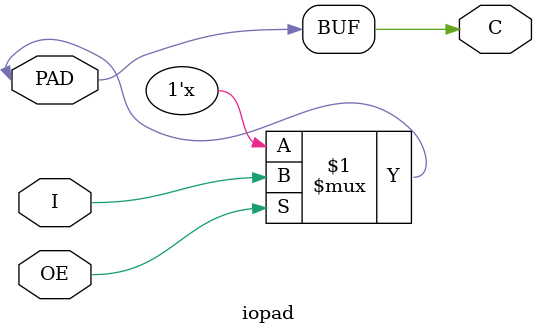
<source format=v>
module  iopad (PAD, I, OE, C);
inout   PAD;
input   I, OE;
output  C;

wire    PAD = OE ? I : 1'bz;
wire    C = PAD;
endmodule

</source>
